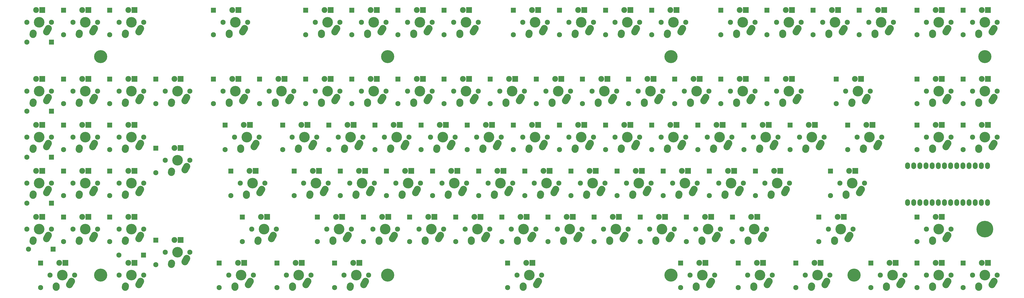
<source format=gbs>
G04 #@! TF.FileFunction,Soldermask,Bot*
%FSLAX46Y46*%
G04 Gerber Fmt 4.6, Leading zero omitted, Abs format (unit mm)*
G04 Created by KiCad (PCBNEW 4.0.2-stable) date Tuesday, June 21, 2016 'PMt' 05:11:06 PM*
%MOMM*%
G01*
G04 APERTURE LIST*
%ADD10C,0.150000*%
%ADD11C,5.400000*%
%ADD12C,2.099260*%
%ADD13R,2.099260X2.099260*%
%ADD14C,6.900000*%
%ADD15C,4.387810*%
%ADD16C,2.101810*%
%ADD17C,2.900000*%
%ADD18R,2.400000X2.400000*%
%ADD19C,2.400000*%
%ADD20O,2.000000X2.700000*%
G04 APERTURE END LIST*
D10*
D11*
X374650000Y-133350000D03*
X299000000Y-133350000D03*
D12*
X286277540Y-119460520D03*
D13*
X286277540Y-109300520D03*
D11*
X428625000Y-42862500D03*
X299000000Y-42862500D03*
D14*
X428625000Y-114300000D03*
D11*
X182000000Y-133350000D03*
X182000000Y-42862500D03*
D12*
X419627540Y-138510520D03*
D13*
X419627540Y-128350520D03*
D15*
X428625000Y-133350000D03*
D16*
X433705000Y-133350000D03*
X423545000Y-133350000D03*
D17*
X431624547Y-137349954D02*
X432435453Y-135890046D01*
X426085276Y-138429328D02*
X426124724Y-137850672D01*
D18*
X429895000Y-128270000D03*
D19*
X427355000Y-128270000D03*
D12*
X400577540Y-138510520D03*
D13*
X400577540Y-128350520D03*
D15*
X409575000Y-133350000D03*
D16*
X414655000Y-133350000D03*
X404495000Y-133350000D03*
D17*
X412574547Y-137349954D02*
X413385453Y-135890046D01*
X407035276Y-138429328D02*
X407074724Y-137850672D01*
D18*
X410845000Y-128270000D03*
D19*
X408305000Y-128270000D03*
D12*
X381527540Y-138510520D03*
D13*
X381527540Y-128350520D03*
D15*
X390525000Y-133350000D03*
D16*
X395605000Y-133350000D03*
X385445000Y-133350000D03*
D17*
X393524547Y-137349954D02*
X394335453Y-135890046D01*
X387985276Y-138429328D02*
X388024724Y-137850672D01*
D18*
X391795000Y-128270000D03*
D19*
X389255000Y-128270000D03*
D12*
X350571290Y-138510520D03*
D13*
X350571290Y-128350520D03*
D15*
X359568750Y-133350000D03*
D16*
X364648750Y-133350000D03*
X354488750Y-133350000D03*
D17*
X362568297Y-137349954D02*
X363379203Y-135890046D01*
X357029026Y-138429328D02*
X357068474Y-137850672D01*
D18*
X360838750Y-128270000D03*
D19*
X358298750Y-128270000D03*
D12*
X326758790Y-138510520D03*
D13*
X326758790Y-128350520D03*
D15*
X335756250Y-133350000D03*
D16*
X340836250Y-133350000D03*
X330676250Y-133350000D03*
D17*
X338755797Y-137349954D02*
X339566703Y-135890046D01*
X333216526Y-138429328D02*
X333255974Y-137850672D01*
D18*
X337026250Y-128270000D03*
D19*
X334486250Y-128270000D03*
D12*
X303000000Y-138510520D03*
D13*
X303000000Y-128350520D03*
D15*
X311943750Y-133350000D03*
D16*
X317023750Y-133350000D03*
X306863750Y-133350000D03*
D17*
X314943297Y-137349954D02*
X315754203Y-135890046D01*
X309404026Y-138429328D02*
X309443474Y-137850672D01*
D18*
X313213750Y-128270000D03*
D19*
X310673750Y-128270000D03*
D12*
X231508790Y-138510520D03*
D13*
X231508790Y-128350520D03*
D15*
X240506250Y-133350000D03*
D16*
X245586250Y-133350000D03*
X235426250Y-133350000D03*
D17*
X243505797Y-137349954D02*
X244316703Y-135890046D01*
X237966526Y-138429328D02*
X238005974Y-137850672D01*
D18*
X241776250Y-128270000D03*
D19*
X239236250Y-128270000D03*
D12*
X160071290Y-138510520D03*
D13*
X160071290Y-128350520D03*
D15*
X169068750Y-133350000D03*
D16*
X174148750Y-133350000D03*
X163988750Y-133350000D03*
D17*
X172068297Y-137349954D02*
X172879203Y-135890046D01*
X166529026Y-138429328D02*
X166568474Y-137850672D01*
D18*
X170338750Y-128270000D03*
D19*
X167798750Y-128270000D03*
D12*
X136258790Y-138510520D03*
D13*
X136258790Y-128350520D03*
D15*
X145256250Y-133350000D03*
D16*
X150336250Y-133350000D03*
X140176250Y-133350000D03*
D17*
X148255797Y-137349954D02*
X149066703Y-135890046D01*
X142716526Y-138429328D02*
X142755974Y-137850672D01*
D18*
X146526250Y-128270000D03*
D19*
X143986250Y-128270000D03*
D12*
X112446290Y-138510520D03*
D13*
X112446290Y-128350520D03*
D15*
X121443750Y-133350000D03*
D16*
X126523750Y-133350000D03*
X116363750Y-133350000D03*
D17*
X124443297Y-137349954D02*
X125254203Y-135890046D01*
X118904026Y-138429328D02*
X118943474Y-137850672D01*
D18*
X122713750Y-128270000D03*
D19*
X120173750Y-128270000D03*
D12*
X71000000Y-125000000D03*
D13*
X81160000Y-125000000D03*
D15*
X76200000Y-133350000D03*
D16*
X81280000Y-133350000D03*
X71120000Y-133350000D03*
D17*
X79199547Y-137349954D02*
X80010453Y-135890046D01*
X73660276Y-138429328D02*
X73699724Y-137850672D01*
D18*
X77470000Y-128270000D03*
D19*
X74930000Y-128270000D03*
D12*
X38627540Y-138510520D03*
D13*
X38627540Y-128350520D03*
D15*
X47625000Y-133350000D03*
D16*
X52705000Y-133350000D03*
X42545000Y-133350000D03*
D17*
X50624547Y-137349954D02*
X51435453Y-135890046D01*
X45085276Y-138429328D02*
X45124724Y-137850672D01*
D18*
X48895000Y-128270000D03*
D19*
X46355000Y-128270000D03*
D12*
X400577540Y-119460520D03*
D13*
X400577540Y-109300520D03*
D15*
X409575000Y-114300000D03*
D16*
X414655000Y-114300000D03*
X404495000Y-114300000D03*
D17*
X412574547Y-118299954D02*
X413385453Y-116840046D01*
X407035276Y-119379328D02*
X407074724Y-118800672D01*
D18*
X410845000Y-109220000D03*
D19*
X408305000Y-109220000D03*
D12*
X360096290Y-119460520D03*
D13*
X360096290Y-109300520D03*
D15*
X369093750Y-114300000D03*
D16*
X374173750Y-114300000D03*
X364013750Y-114300000D03*
D17*
X372093297Y-118299954D02*
X372904203Y-116840046D01*
X366554026Y-119379328D02*
X366593474Y-118800672D01*
D18*
X370363750Y-109220000D03*
D19*
X367823750Y-109220000D03*
D12*
X324377540Y-119460520D03*
D13*
X324377540Y-109300520D03*
D15*
X333375000Y-114300000D03*
D16*
X338455000Y-114300000D03*
X328295000Y-114300000D03*
D17*
X336374547Y-118299954D02*
X337185453Y-116840046D01*
X330835276Y-119379328D02*
X330874724Y-118800672D01*
D18*
X334645000Y-109220000D03*
D19*
X332105000Y-109220000D03*
D12*
X305327540Y-119460520D03*
D13*
X305327540Y-109300520D03*
D15*
X314325000Y-114300000D03*
D16*
X319405000Y-114300000D03*
X309245000Y-114300000D03*
D17*
X317324547Y-118299954D02*
X318135453Y-116840046D01*
X311785276Y-119379328D02*
X311824724Y-118800672D01*
D18*
X315595000Y-109220000D03*
D19*
X313055000Y-109220000D03*
D15*
X295275000Y-114300000D03*
D16*
X300355000Y-114300000D03*
X290195000Y-114300000D03*
D17*
X298274547Y-118299954D02*
X299085453Y-116840046D01*
X292735276Y-119379328D02*
X292774724Y-118800672D01*
D18*
X296545000Y-109220000D03*
D19*
X294005000Y-109220000D03*
D12*
X267227540Y-119460520D03*
D13*
X267227540Y-109300520D03*
D15*
X276225000Y-114300000D03*
D16*
X281305000Y-114300000D03*
X271145000Y-114300000D03*
D17*
X279224547Y-118299954D02*
X280035453Y-116840046D01*
X273685276Y-119379328D02*
X273724724Y-118800672D01*
D18*
X277495000Y-109220000D03*
D19*
X274955000Y-109220000D03*
D12*
X248177540Y-119460520D03*
D13*
X248177540Y-109300520D03*
D15*
X257175000Y-114300000D03*
D16*
X262255000Y-114300000D03*
X252095000Y-114300000D03*
D17*
X260174547Y-118299954D02*
X260985453Y-116840046D01*
X254635276Y-119379328D02*
X254674724Y-118800672D01*
D18*
X258445000Y-109220000D03*
D19*
X255905000Y-109220000D03*
D12*
X229127540Y-119460520D03*
D13*
X229127540Y-109300520D03*
D15*
X238125000Y-114300000D03*
D16*
X243205000Y-114300000D03*
X233045000Y-114300000D03*
D17*
X241124547Y-118299954D02*
X241935453Y-116840046D01*
X235585276Y-119379328D02*
X235624724Y-118800672D01*
D18*
X239395000Y-109220000D03*
D19*
X236855000Y-109220000D03*
D12*
X210077540Y-119460520D03*
D13*
X210077540Y-109300520D03*
D15*
X219075000Y-114300000D03*
D16*
X224155000Y-114300000D03*
X213995000Y-114300000D03*
D17*
X222074547Y-118299954D02*
X222885453Y-116840046D01*
X216535276Y-119379328D02*
X216574724Y-118800672D01*
D18*
X220345000Y-109220000D03*
D19*
X217805000Y-109220000D03*
D12*
X191027540Y-119460520D03*
D13*
X191027540Y-109300520D03*
D15*
X200025000Y-114300000D03*
D16*
X205105000Y-114300000D03*
X194945000Y-114300000D03*
D17*
X203024547Y-118299954D02*
X203835453Y-116840046D01*
X197485276Y-119379328D02*
X197524724Y-118800672D01*
D18*
X201295000Y-109220000D03*
D19*
X198755000Y-109220000D03*
D12*
X171977540Y-119460520D03*
D13*
X171977540Y-109300520D03*
D15*
X180975000Y-114300000D03*
D16*
X186055000Y-114300000D03*
X175895000Y-114300000D03*
D17*
X183974547Y-118299954D02*
X184785453Y-116840046D01*
X178435276Y-119379328D02*
X178474724Y-118800672D01*
D18*
X182245000Y-109220000D03*
D19*
X179705000Y-109220000D03*
D12*
X152927540Y-119460520D03*
D13*
X152927540Y-109300520D03*
D15*
X161925000Y-114300000D03*
D16*
X167005000Y-114300000D03*
X156845000Y-114300000D03*
D17*
X164924547Y-118299954D02*
X165735453Y-116840046D01*
X159385276Y-119379328D02*
X159424724Y-118800672D01*
D18*
X163195000Y-109220000D03*
D19*
X160655000Y-109220000D03*
D12*
X121971290Y-119460520D03*
D13*
X121971290Y-109300520D03*
D15*
X130968750Y-114300000D03*
D16*
X136048750Y-114300000D03*
X125888750Y-114300000D03*
D17*
X133968297Y-118299954D02*
X134779203Y-116840046D01*
X128429026Y-119379328D02*
X128468474Y-118800672D01*
D18*
X132238750Y-109220000D03*
D19*
X129698750Y-109220000D03*
D12*
X86252540Y-128985520D03*
D13*
X86252540Y-118825520D03*
D15*
X95250000Y-123825000D03*
D16*
X100330000Y-123825000D03*
X90170000Y-123825000D03*
D17*
X98249547Y-127824954D02*
X99060453Y-126365046D01*
X92710276Y-128904328D02*
X92749724Y-128325672D01*
D18*
X96520000Y-118745000D03*
D19*
X93980000Y-118745000D03*
D12*
X67202540Y-119460520D03*
D13*
X67202540Y-109300520D03*
D15*
X76200000Y-114300000D03*
D16*
X81280000Y-114300000D03*
X71120000Y-114300000D03*
D17*
X79199547Y-118299954D02*
X80010453Y-116840046D01*
X73660276Y-119379328D02*
X73699724Y-118800672D01*
D18*
X77470000Y-109220000D03*
D19*
X74930000Y-109220000D03*
D12*
X48152540Y-119460520D03*
D13*
X48152540Y-109300520D03*
D15*
X57150000Y-114300000D03*
D16*
X62230000Y-114300000D03*
X52070000Y-114300000D03*
D17*
X60149547Y-118299954D02*
X60960453Y-116840046D01*
X54610276Y-119379328D02*
X54649724Y-118800672D01*
D18*
X58420000Y-109220000D03*
D19*
X55880000Y-109220000D03*
D12*
X33655000Y-122555000D03*
D13*
X43815000Y-122555000D03*
D15*
X38100000Y-114300000D03*
D16*
X43180000Y-114300000D03*
X33020000Y-114300000D03*
D17*
X41099547Y-118299954D02*
X41910453Y-116840046D01*
X35560276Y-119379328D02*
X35599724Y-118800672D01*
D18*
X39370000Y-109220000D03*
D19*
X36830000Y-109220000D03*
D12*
X364858790Y-100410520D03*
D13*
X364858790Y-90250520D03*
D15*
X373856250Y-95250000D03*
D16*
X378936250Y-95250000D03*
X368776250Y-95250000D03*
D17*
X376855797Y-99249954D02*
X377666703Y-97790046D01*
X371316526Y-100329328D02*
X371355974Y-99750672D01*
D18*
X375126250Y-90170000D03*
D19*
X372586250Y-90170000D03*
D12*
X333902540Y-100410520D03*
D13*
X333902540Y-90250520D03*
D15*
X342900000Y-95250000D03*
D16*
X347980000Y-95250000D03*
X337820000Y-95250000D03*
D17*
X345899547Y-99249954D02*
X346710453Y-97790046D01*
X340360276Y-100329328D02*
X340399724Y-99750672D01*
D18*
X344170000Y-90170000D03*
D19*
X341630000Y-90170000D03*
D12*
X314852540Y-100410520D03*
D13*
X314852540Y-90250520D03*
D15*
X323850000Y-95250000D03*
D16*
X328930000Y-95250000D03*
X318770000Y-95250000D03*
D17*
X326849547Y-99249954D02*
X327660453Y-97790046D01*
X321310276Y-100329328D02*
X321349724Y-99750672D01*
D18*
X325120000Y-90170000D03*
D19*
X322580000Y-90170000D03*
D12*
X295802540Y-100410520D03*
D13*
X295802540Y-90250520D03*
D15*
X304800000Y-95250000D03*
D16*
X309880000Y-95250000D03*
X299720000Y-95250000D03*
D17*
X307799547Y-99249954D02*
X308610453Y-97790046D01*
X302260276Y-100329328D02*
X302299724Y-99750672D01*
D18*
X306070000Y-90170000D03*
D19*
X303530000Y-90170000D03*
D12*
X276752540Y-100410520D03*
D13*
X276752540Y-90250520D03*
D15*
X285750000Y-95250000D03*
D16*
X290830000Y-95250000D03*
X280670000Y-95250000D03*
D17*
X288749547Y-99249954D02*
X289560453Y-97790046D01*
X283210276Y-100329328D02*
X283249724Y-99750672D01*
D18*
X287020000Y-90170000D03*
D19*
X284480000Y-90170000D03*
D12*
X257702540Y-100410520D03*
D13*
X257702540Y-90250520D03*
D15*
X266700000Y-95250000D03*
D16*
X271780000Y-95250000D03*
X261620000Y-95250000D03*
D17*
X269699547Y-99249954D02*
X270510453Y-97790046D01*
X264160276Y-100329328D02*
X264199724Y-99750672D01*
D18*
X267970000Y-90170000D03*
D19*
X265430000Y-90170000D03*
D12*
X238652540Y-100410520D03*
D13*
X238652540Y-90250520D03*
D15*
X247650000Y-95250000D03*
D16*
X252730000Y-95250000D03*
X242570000Y-95250000D03*
D17*
X250649547Y-99249954D02*
X251460453Y-97790046D01*
X245110276Y-100329328D02*
X245149724Y-99750672D01*
D18*
X248920000Y-90170000D03*
D19*
X246380000Y-90170000D03*
D12*
X219602540Y-100410520D03*
D13*
X219602540Y-90250520D03*
D15*
X228600000Y-95250000D03*
D16*
X233680000Y-95250000D03*
X223520000Y-95250000D03*
D17*
X231599547Y-99249954D02*
X232410453Y-97790046D01*
X226060276Y-100329328D02*
X226099724Y-99750672D01*
D18*
X229870000Y-90170000D03*
D19*
X227330000Y-90170000D03*
D12*
X200552540Y-100410520D03*
D13*
X200552540Y-90250520D03*
D15*
X209550000Y-95250000D03*
D16*
X214630000Y-95250000D03*
X204470000Y-95250000D03*
D17*
X212549547Y-99249954D02*
X213360453Y-97790046D01*
X207010276Y-100329328D02*
X207049724Y-99750672D01*
D18*
X210820000Y-90170000D03*
D19*
X208280000Y-90170000D03*
D12*
X181502540Y-100410520D03*
D13*
X181502540Y-90250520D03*
D15*
X190500000Y-95250000D03*
D16*
X195580000Y-95250000D03*
X185420000Y-95250000D03*
D17*
X193499547Y-99249954D02*
X194310453Y-97790046D01*
X187960276Y-100329328D02*
X187999724Y-99750672D01*
D18*
X191770000Y-90170000D03*
D19*
X189230000Y-90170000D03*
D12*
X162452540Y-100410520D03*
D13*
X162452540Y-90250520D03*
D15*
X171450000Y-95250000D03*
D16*
X176530000Y-95250000D03*
X166370000Y-95250000D03*
D17*
X174449547Y-99249954D02*
X175260453Y-97790046D01*
X168910276Y-100329328D02*
X168949724Y-99750672D01*
D18*
X172720000Y-90170000D03*
D19*
X170180000Y-90170000D03*
D12*
X143402540Y-100410520D03*
D13*
X143402540Y-90250520D03*
D15*
X152400000Y-95250000D03*
D16*
X157480000Y-95250000D03*
X147320000Y-95250000D03*
D17*
X155399547Y-99249954D02*
X156210453Y-97790046D01*
X149860276Y-100329328D02*
X149899724Y-99750672D01*
D18*
X153670000Y-90170000D03*
D19*
X151130000Y-90170000D03*
D12*
X117208790Y-100410520D03*
D13*
X117208790Y-90250520D03*
D15*
X126206250Y-95250000D03*
D16*
X131286250Y-95250000D03*
X121126250Y-95250000D03*
D17*
X129205797Y-99249954D02*
X130016703Y-97790046D01*
X123666526Y-100329328D02*
X123705974Y-99750672D01*
D18*
X127476250Y-90170000D03*
D19*
X124936250Y-90170000D03*
D12*
X67202540Y-100410520D03*
D13*
X67202540Y-90250520D03*
D15*
X76200000Y-95250000D03*
D16*
X81280000Y-95250000D03*
X71120000Y-95250000D03*
D17*
X79199547Y-99249954D02*
X80010453Y-97790046D01*
X73660276Y-100329328D02*
X73699724Y-99750672D01*
D18*
X77470000Y-90170000D03*
D19*
X74930000Y-90170000D03*
D12*
X48152540Y-100410520D03*
D13*
X48152540Y-90250520D03*
D15*
X57150000Y-95250000D03*
D16*
X62230000Y-95250000D03*
X52070000Y-95250000D03*
D17*
X60149547Y-99249954D02*
X60960453Y-97790046D01*
X54610276Y-100329328D02*
X54649724Y-99750672D01*
D18*
X58420000Y-90170000D03*
D19*
X55880000Y-90170000D03*
D12*
X33020000Y-103505000D03*
D13*
X43180000Y-103505000D03*
D15*
X38100000Y-95250000D03*
D16*
X43180000Y-95250000D03*
X33020000Y-95250000D03*
D17*
X41099547Y-99249954D02*
X41910453Y-97790046D01*
X35560276Y-100329328D02*
X35599724Y-99750672D01*
D18*
X39370000Y-90170000D03*
D19*
X36830000Y-90170000D03*
D12*
X419627540Y-81360520D03*
D13*
X419627540Y-71200520D03*
D15*
X428625000Y-76200000D03*
D16*
X433705000Y-76200000D03*
X423545000Y-76200000D03*
D17*
X431624547Y-80199954D02*
X432435453Y-78740046D01*
X426085276Y-81279328D02*
X426124724Y-80700672D01*
D18*
X429895000Y-71120000D03*
D19*
X427355000Y-71120000D03*
D12*
X400577540Y-81360520D03*
D13*
X400577540Y-71200520D03*
D15*
X409575000Y-76200000D03*
D16*
X414655000Y-76200000D03*
X404495000Y-76200000D03*
D17*
X412574547Y-80199954D02*
X413385453Y-78740046D01*
X407035276Y-81279328D02*
X407074724Y-80700672D01*
D18*
X410845000Y-71120000D03*
D19*
X408305000Y-71120000D03*
D12*
X372002540Y-81360520D03*
D13*
X372002540Y-71200520D03*
D15*
X381000000Y-76200000D03*
D16*
X386080000Y-76200000D03*
X375920000Y-76200000D03*
D17*
X383999547Y-80199954D02*
X384810453Y-78740046D01*
X378460276Y-81279328D02*
X378499724Y-80700672D01*
D18*
X382270000Y-71120000D03*
D19*
X379730000Y-71120000D03*
D12*
X348190040Y-81360520D03*
D13*
X348190040Y-71200520D03*
D15*
X357187500Y-76200000D03*
D16*
X362267500Y-76200000D03*
X352107500Y-76200000D03*
D17*
X360187047Y-80199954D02*
X360997953Y-78740046D01*
X354647776Y-81279328D02*
X354687224Y-80700672D01*
D18*
X358457500Y-71120000D03*
D19*
X355917500Y-71120000D03*
D12*
X329140040Y-81360520D03*
D13*
X329140040Y-71200520D03*
D15*
X338137500Y-76200000D03*
D16*
X343217500Y-76200000D03*
X333057500Y-76200000D03*
D17*
X341137047Y-80199954D02*
X341947953Y-78740046D01*
X335597776Y-81279328D02*
X335637224Y-80700672D01*
D18*
X339407500Y-71120000D03*
D19*
X336867500Y-71120000D03*
D12*
X310090040Y-81360520D03*
D13*
X310090040Y-71200520D03*
D15*
X319087500Y-76200000D03*
D16*
X324167500Y-76200000D03*
X314007500Y-76200000D03*
D17*
X322087047Y-80199954D02*
X322897953Y-78740046D01*
X316547776Y-81279328D02*
X316587224Y-80700672D01*
D18*
X320357500Y-71120000D03*
D19*
X317817500Y-71120000D03*
D12*
X291040040Y-81360520D03*
D13*
X291040040Y-71200520D03*
D15*
X300037500Y-76200000D03*
D16*
X305117500Y-76200000D03*
X294957500Y-76200000D03*
D17*
X303037047Y-80199954D02*
X303847953Y-78740046D01*
X297497776Y-81279328D02*
X297537224Y-80700672D01*
D18*
X301307500Y-71120000D03*
D19*
X298767500Y-71120000D03*
D12*
X271990040Y-81360520D03*
D13*
X271990040Y-71200520D03*
D15*
X280987500Y-76200000D03*
D16*
X286067500Y-76200000D03*
X275907500Y-76200000D03*
D17*
X283987047Y-80199954D02*
X284797953Y-78740046D01*
X278447776Y-81279328D02*
X278487224Y-80700672D01*
D18*
X282257500Y-71120000D03*
D19*
X279717500Y-71120000D03*
D12*
X252940040Y-81360520D03*
D13*
X252940040Y-71200520D03*
D15*
X261937500Y-76200000D03*
D16*
X267017500Y-76200000D03*
X256857500Y-76200000D03*
D17*
X264937047Y-80199954D02*
X265747953Y-78740046D01*
X259397776Y-81279328D02*
X259437224Y-80700672D01*
D18*
X263207500Y-71120000D03*
D19*
X260667500Y-71120000D03*
D12*
X233890040Y-81360520D03*
D13*
X233890040Y-71200520D03*
D15*
X242887500Y-76200000D03*
D16*
X247967500Y-76200000D03*
X237807500Y-76200000D03*
D17*
X245887047Y-80199954D02*
X246697953Y-78740046D01*
X240347776Y-81279328D02*
X240387224Y-80700672D01*
D18*
X244157500Y-71120000D03*
D19*
X241617500Y-71120000D03*
D12*
X214840040Y-81360520D03*
D13*
X214840040Y-71200520D03*
D15*
X223837500Y-76200000D03*
D16*
X228917500Y-76200000D03*
X218757500Y-76200000D03*
D17*
X226837047Y-80199954D02*
X227647953Y-78740046D01*
X221297776Y-81279328D02*
X221337224Y-80700672D01*
D18*
X225107500Y-71120000D03*
D19*
X222567500Y-71120000D03*
D12*
X195790040Y-81360520D03*
D13*
X195790040Y-71200520D03*
D15*
X204787500Y-76200000D03*
D16*
X209867500Y-76200000D03*
X199707500Y-76200000D03*
D17*
X207787047Y-80199954D02*
X208597953Y-78740046D01*
X202247776Y-81279328D02*
X202287224Y-80700672D01*
D18*
X206057500Y-71120000D03*
D19*
X203517500Y-71120000D03*
D12*
X176740040Y-81360520D03*
D13*
X176740040Y-71200520D03*
D15*
X185737500Y-76200000D03*
D16*
X190817500Y-76200000D03*
X180657500Y-76200000D03*
D17*
X188737047Y-80199954D02*
X189547953Y-78740046D01*
X183197776Y-81279328D02*
X183237224Y-80700672D01*
D18*
X187007500Y-71120000D03*
D19*
X184467500Y-71120000D03*
D12*
X157690040Y-81360520D03*
D13*
X157690040Y-71200520D03*
D15*
X166687500Y-76200000D03*
D16*
X171767500Y-76200000D03*
X161607500Y-76200000D03*
D17*
X169687047Y-80199954D02*
X170497953Y-78740046D01*
X164147776Y-81279328D02*
X164187224Y-80700672D01*
D18*
X167957500Y-71120000D03*
D19*
X165417500Y-71120000D03*
D12*
X138640040Y-81360520D03*
D13*
X138640040Y-71200520D03*
D15*
X147637500Y-76200000D03*
D16*
X152717500Y-76200000D03*
X142557500Y-76200000D03*
D17*
X150637047Y-80199954D02*
X151447953Y-78740046D01*
X145097776Y-81279328D02*
X145137224Y-80700672D01*
D18*
X148907500Y-71120000D03*
D19*
X146367500Y-71120000D03*
D12*
X114827540Y-81360520D03*
D13*
X114827540Y-71200520D03*
D15*
X123825000Y-76200000D03*
D16*
X128905000Y-76200000D03*
X118745000Y-76200000D03*
D17*
X126824547Y-80199954D02*
X127635453Y-78740046D01*
X121285276Y-81279328D02*
X121324724Y-80700672D01*
D18*
X125095000Y-71120000D03*
D19*
X122555000Y-71120000D03*
D12*
X86252540Y-90885520D03*
D13*
X86252540Y-80725520D03*
D15*
X95250000Y-85725000D03*
D16*
X100330000Y-85725000D03*
X90170000Y-85725000D03*
D17*
X98249547Y-89724954D02*
X99060453Y-88265046D01*
X92710276Y-90804328D02*
X92749724Y-90225672D01*
D18*
X96520000Y-80645000D03*
D19*
X93980000Y-80645000D03*
D12*
X67202540Y-81360520D03*
D13*
X67202540Y-71200520D03*
D15*
X76200000Y-76200000D03*
D16*
X81280000Y-76200000D03*
X71120000Y-76200000D03*
D17*
X79199547Y-80199954D02*
X80010453Y-78740046D01*
X73660276Y-81279328D02*
X73699724Y-80700672D01*
D18*
X77470000Y-71120000D03*
D19*
X74930000Y-71120000D03*
D12*
X48152540Y-81360520D03*
D13*
X48152540Y-71200520D03*
D15*
X57150000Y-76200000D03*
D16*
X62230000Y-76200000D03*
X52070000Y-76200000D03*
D17*
X60149547Y-80199954D02*
X60960453Y-78740046D01*
X54610276Y-81279328D02*
X54649724Y-80700672D01*
D18*
X58420000Y-71120000D03*
D19*
X55880000Y-71120000D03*
D12*
X33020000Y-84455000D03*
D13*
X43180000Y-84455000D03*
D15*
X38100000Y-76200000D03*
D16*
X43180000Y-76200000D03*
X33020000Y-76200000D03*
D17*
X41099547Y-80199954D02*
X41910453Y-78740046D01*
X35560276Y-81279328D02*
X35599724Y-80700672D01*
D18*
X39370000Y-71120000D03*
D19*
X36830000Y-71120000D03*
D12*
X419627540Y-62310520D03*
D13*
X419627540Y-52150520D03*
D15*
X428625000Y-57150000D03*
D16*
X433705000Y-57150000D03*
X423545000Y-57150000D03*
D17*
X431624547Y-61149954D02*
X432435453Y-59690046D01*
X426085276Y-62229328D02*
X426124724Y-61650672D01*
D18*
X429895000Y-52070000D03*
D19*
X427355000Y-52070000D03*
D12*
X400577540Y-62310520D03*
D13*
X400577540Y-52150520D03*
D15*
X409575000Y-57150000D03*
D16*
X414655000Y-57150000D03*
X404495000Y-57150000D03*
D17*
X412574547Y-61149954D02*
X413385453Y-59690046D01*
X407035276Y-62229328D02*
X407074724Y-61650672D01*
D18*
X410845000Y-52070000D03*
D19*
X408305000Y-52070000D03*
D12*
X367240040Y-62310520D03*
D13*
X367240040Y-52150520D03*
D15*
X376237500Y-57150000D03*
D16*
X381317500Y-57150000D03*
X371157500Y-57150000D03*
D17*
X379237047Y-61149954D02*
X380047953Y-59690046D01*
X373697776Y-62229328D02*
X373737224Y-61650672D01*
D18*
X377507500Y-52070000D03*
D19*
X374967500Y-52070000D03*
D12*
X338665040Y-62310520D03*
D13*
X338665040Y-52150520D03*
D15*
X347662500Y-57150000D03*
D16*
X352742500Y-57150000D03*
X342582500Y-57150000D03*
D17*
X350662047Y-61149954D02*
X351472953Y-59690046D01*
X345122776Y-62229328D02*
X345162224Y-61650672D01*
D18*
X348932500Y-52070000D03*
D19*
X346392500Y-52070000D03*
D12*
X319615040Y-62310520D03*
D13*
X319615040Y-52150520D03*
D15*
X328612500Y-57150000D03*
D16*
X333692500Y-57150000D03*
X323532500Y-57150000D03*
D17*
X331612047Y-61149954D02*
X332422953Y-59690046D01*
X326072776Y-62229328D02*
X326112224Y-61650672D01*
D18*
X329882500Y-52070000D03*
D19*
X327342500Y-52070000D03*
D12*
X300565040Y-62310520D03*
D13*
X300565040Y-52150520D03*
D15*
X309562500Y-57150000D03*
D16*
X314642500Y-57150000D03*
X304482500Y-57150000D03*
D17*
X312562047Y-61149954D02*
X313372953Y-59690046D01*
X307022776Y-62229328D02*
X307062224Y-61650672D01*
D18*
X310832500Y-52070000D03*
D19*
X308292500Y-52070000D03*
D12*
X281515040Y-62310520D03*
D13*
X281515040Y-52150520D03*
D15*
X290512500Y-57150000D03*
D16*
X295592500Y-57150000D03*
X285432500Y-57150000D03*
D17*
X293512047Y-61149954D02*
X294322953Y-59690046D01*
X287972776Y-62229328D02*
X288012224Y-61650672D01*
D18*
X291782500Y-52070000D03*
D19*
X289242500Y-52070000D03*
D12*
X262465040Y-62310520D03*
D13*
X262465040Y-52150520D03*
D15*
X271462500Y-57150000D03*
D16*
X276542500Y-57150000D03*
X266382500Y-57150000D03*
D17*
X274462047Y-61149954D02*
X275272953Y-59690046D01*
X268922776Y-62229328D02*
X268962224Y-61650672D01*
D18*
X272732500Y-52070000D03*
D19*
X270192500Y-52070000D03*
D12*
X243415040Y-62310520D03*
D13*
X243415040Y-52150520D03*
D15*
X252412500Y-57150000D03*
D16*
X257492500Y-57150000D03*
X247332500Y-57150000D03*
D17*
X255412047Y-61149954D02*
X256222953Y-59690046D01*
X249872776Y-62229328D02*
X249912224Y-61650672D01*
D18*
X253682500Y-52070000D03*
D19*
X251142500Y-52070000D03*
D12*
X224365040Y-62310520D03*
D13*
X224365040Y-52150520D03*
D15*
X233362500Y-57150000D03*
D16*
X238442500Y-57150000D03*
X228282500Y-57150000D03*
D17*
X236362047Y-61149954D02*
X237172953Y-59690046D01*
X230822776Y-62229328D02*
X230862224Y-61650672D01*
D18*
X234632500Y-52070000D03*
D19*
X232092500Y-52070000D03*
D12*
X205315040Y-62310520D03*
D13*
X205315040Y-52150520D03*
D15*
X214312500Y-57150000D03*
D16*
X219392500Y-57150000D03*
X209232500Y-57150000D03*
D17*
X217312047Y-61149954D02*
X218122953Y-59690046D01*
X211772776Y-62229328D02*
X211812224Y-61650672D01*
D18*
X215582500Y-52070000D03*
D19*
X213042500Y-52070000D03*
D12*
X186265040Y-62310520D03*
D13*
X186265040Y-52150520D03*
D15*
X195262500Y-57150000D03*
D16*
X200342500Y-57150000D03*
X190182500Y-57150000D03*
D17*
X198262047Y-61149954D02*
X199072953Y-59690046D01*
X192722776Y-62229328D02*
X192762224Y-61650672D01*
D18*
X196532500Y-52070000D03*
D19*
X193992500Y-52070000D03*
D12*
X167215040Y-62310520D03*
D13*
X167215040Y-52150520D03*
D15*
X176212500Y-57150000D03*
D16*
X181292500Y-57150000D03*
X171132500Y-57150000D03*
D17*
X179212047Y-61149954D02*
X180022953Y-59690046D01*
X173672776Y-62229328D02*
X173712224Y-61650672D01*
D18*
X177482500Y-52070000D03*
D19*
X174942500Y-52070000D03*
D12*
X148165040Y-62310520D03*
D13*
X148165040Y-52150520D03*
D15*
X157162500Y-57150000D03*
D16*
X162242500Y-57150000D03*
X152082500Y-57150000D03*
D17*
X160162047Y-61149954D02*
X160972953Y-59690046D01*
X154622776Y-62229328D02*
X154662224Y-61650672D01*
D18*
X158432500Y-52070000D03*
D19*
X155892500Y-52070000D03*
D12*
X129115040Y-62310520D03*
D13*
X129115040Y-52150520D03*
D15*
X138112500Y-57150000D03*
D16*
X143192500Y-57150000D03*
X133032500Y-57150000D03*
D17*
X141112047Y-61149954D02*
X141922953Y-59690046D01*
X135572776Y-62229328D02*
X135612224Y-61650672D01*
D18*
X139382500Y-52070000D03*
D19*
X136842500Y-52070000D03*
D12*
X110065040Y-62310520D03*
D13*
X110065040Y-52150520D03*
D15*
X119062500Y-57150000D03*
D16*
X124142500Y-57150000D03*
X113982500Y-57150000D03*
D17*
X122062047Y-61149954D02*
X122872953Y-59690046D01*
X116522776Y-62229328D02*
X116562224Y-61650672D01*
D18*
X120332500Y-52070000D03*
D19*
X117792500Y-52070000D03*
D12*
X86252540Y-62310520D03*
D13*
X86252540Y-52150520D03*
D15*
X95250000Y-57150000D03*
D16*
X100330000Y-57150000D03*
X90170000Y-57150000D03*
D17*
X98249547Y-61149954D02*
X99060453Y-59690046D01*
X92710276Y-62229328D02*
X92749724Y-61650672D01*
D18*
X96520000Y-52070000D03*
D19*
X93980000Y-52070000D03*
D12*
X67202540Y-62310520D03*
D13*
X67202540Y-52150520D03*
D15*
X76200000Y-57150000D03*
D16*
X81280000Y-57150000D03*
X71120000Y-57150000D03*
D17*
X79199547Y-61149954D02*
X80010453Y-59690046D01*
X73660276Y-62229328D02*
X73699724Y-61650672D01*
D18*
X77470000Y-52070000D03*
D19*
X74930000Y-52070000D03*
D12*
X48152540Y-62310520D03*
D13*
X48152540Y-52150520D03*
D15*
X57150000Y-57150000D03*
D16*
X62230000Y-57150000D03*
X52070000Y-57150000D03*
D17*
X60149547Y-61149954D02*
X60960453Y-59690046D01*
X54610276Y-62229328D02*
X54649724Y-61650672D01*
D18*
X58420000Y-52070000D03*
D19*
X55880000Y-52070000D03*
D12*
X33020000Y-65405000D03*
D13*
X43180000Y-65405000D03*
D15*
X38100000Y-57150000D03*
D16*
X43180000Y-57150000D03*
X33020000Y-57150000D03*
D17*
X41099547Y-61149954D02*
X41910453Y-59690046D01*
X35560276Y-62229328D02*
X35599724Y-61650672D01*
D18*
X39370000Y-52070000D03*
D19*
X36830000Y-52070000D03*
D12*
X419627540Y-33735520D03*
D13*
X419627540Y-23575520D03*
D15*
X428625000Y-28575000D03*
D16*
X433705000Y-28575000D03*
X423545000Y-28575000D03*
D17*
X431624547Y-32574954D02*
X432435453Y-31115046D01*
X426085276Y-33654328D02*
X426124724Y-33075672D01*
D18*
X429895000Y-23495000D03*
D19*
X427355000Y-23495000D03*
D12*
X400577540Y-33735520D03*
D13*
X400577540Y-23575520D03*
D15*
X409575000Y-28575000D03*
D16*
X414655000Y-28575000D03*
X404495000Y-28575000D03*
D17*
X412574547Y-32574954D02*
X413385453Y-31115046D01*
X407035276Y-33654328D02*
X407074724Y-33075672D01*
D18*
X410845000Y-23495000D03*
D19*
X408305000Y-23495000D03*
D12*
X376765040Y-33735520D03*
D13*
X376765040Y-23575520D03*
D15*
X385762500Y-28575000D03*
D16*
X390842500Y-28575000D03*
X380682500Y-28575000D03*
D17*
X388762047Y-32574954D02*
X389572953Y-31115046D01*
X383222776Y-33654328D02*
X383262224Y-33075672D01*
D18*
X387032500Y-23495000D03*
D19*
X384492500Y-23495000D03*
D12*
X357715040Y-33735520D03*
D13*
X357715040Y-23575520D03*
D15*
X366712500Y-28575000D03*
D16*
X371792500Y-28575000D03*
X361632500Y-28575000D03*
D17*
X369712047Y-32574954D02*
X370522953Y-31115046D01*
X364172776Y-33654328D02*
X364212224Y-33075672D01*
D18*
X367982500Y-23495000D03*
D19*
X365442500Y-23495000D03*
D12*
X338665040Y-33735520D03*
D13*
X338665040Y-23575520D03*
D15*
X347662500Y-28575000D03*
D16*
X352742500Y-28575000D03*
X342582500Y-28575000D03*
D17*
X350662047Y-32574954D02*
X351472953Y-31115046D01*
X345122776Y-33654328D02*
X345162224Y-33075672D01*
D18*
X348932500Y-23495000D03*
D19*
X346392500Y-23495000D03*
D12*
X319615040Y-33735520D03*
D13*
X319615040Y-23575520D03*
D15*
X328612500Y-28575000D03*
D16*
X333692500Y-28575000D03*
X323532500Y-28575000D03*
D17*
X331612047Y-32574954D02*
X332422953Y-31115046D01*
X326072776Y-33654328D02*
X326112224Y-33075672D01*
D18*
X329882500Y-23495000D03*
D19*
X327342500Y-23495000D03*
D12*
X291040040Y-33735520D03*
D13*
X291040040Y-23575520D03*
D15*
X300037500Y-28575000D03*
D16*
X305117500Y-28575000D03*
X294957500Y-28575000D03*
D17*
X303037047Y-32574954D02*
X303847953Y-31115046D01*
X297497776Y-33654328D02*
X297537224Y-33075672D01*
D18*
X301307500Y-23495000D03*
D19*
X298767500Y-23495000D03*
D12*
X271990040Y-33735520D03*
D13*
X271990040Y-23575520D03*
D15*
X280987500Y-28575000D03*
D16*
X286067500Y-28575000D03*
X275907500Y-28575000D03*
D17*
X283987047Y-32574954D02*
X284797953Y-31115046D01*
X278447776Y-33654328D02*
X278487224Y-33075672D01*
D18*
X282257500Y-23495000D03*
D19*
X279717500Y-23495000D03*
D12*
X252940040Y-33735520D03*
D13*
X252940040Y-23575520D03*
D15*
X261937500Y-28575000D03*
D16*
X267017500Y-28575000D03*
X256857500Y-28575000D03*
D17*
X264937047Y-32574954D02*
X265747953Y-31115046D01*
X259397776Y-33654328D02*
X259437224Y-33075672D01*
D18*
X263207500Y-23495000D03*
D19*
X260667500Y-23495000D03*
D12*
X233890040Y-33735520D03*
D13*
X233890040Y-23575520D03*
D15*
X242887500Y-28575000D03*
D16*
X247967500Y-28575000D03*
X237807500Y-28575000D03*
D17*
X245887047Y-32574954D02*
X246697953Y-31115046D01*
X240347776Y-33654328D02*
X240387224Y-33075672D01*
D18*
X244157500Y-23495000D03*
D19*
X241617500Y-23495000D03*
D12*
X205315040Y-33735520D03*
D13*
X205315040Y-23575520D03*
D15*
X214312500Y-28575000D03*
D16*
X219392500Y-28575000D03*
X209232500Y-28575000D03*
D17*
X217312047Y-32574954D02*
X218122953Y-31115046D01*
X211772776Y-33654328D02*
X211812224Y-33075672D01*
D18*
X215582500Y-23495000D03*
D19*
X213042500Y-23495000D03*
D12*
X186265040Y-33735520D03*
D13*
X186265040Y-23575520D03*
D15*
X195262500Y-28575000D03*
D16*
X200342500Y-28575000D03*
X190182500Y-28575000D03*
D17*
X198262047Y-32574954D02*
X199072953Y-31115046D01*
X192722776Y-33654328D02*
X192762224Y-33075672D01*
D18*
X196532500Y-23495000D03*
D19*
X193992500Y-23495000D03*
D12*
X167215040Y-33735520D03*
D13*
X167215040Y-23575520D03*
D15*
X176212500Y-28575000D03*
D16*
X181292500Y-28575000D03*
X171132500Y-28575000D03*
D17*
X179212047Y-32574954D02*
X180022953Y-31115046D01*
X173672776Y-33654328D02*
X173712224Y-33075672D01*
D18*
X177482500Y-23495000D03*
D19*
X174942500Y-23495000D03*
D12*
X148165040Y-33735520D03*
D13*
X148165040Y-23575520D03*
D15*
X157162500Y-28575000D03*
D16*
X162242500Y-28575000D03*
X152082500Y-28575000D03*
D17*
X160162047Y-32574954D02*
X160972953Y-31115046D01*
X154622776Y-33654328D02*
X154662224Y-33075672D01*
D18*
X158432500Y-23495000D03*
D19*
X155892500Y-23495000D03*
D12*
X110065040Y-33735520D03*
D13*
X110065040Y-23575520D03*
D15*
X119062500Y-28575000D03*
D16*
X124142500Y-28575000D03*
X113982500Y-28575000D03*
D17*
X122062047Y-32574954D02*
X122872953Y-31115046D01*
X116522776Y-33654328D02*
X116562224Y-33075672D01*
D18*
X120332500Y-23495000D03*
D19*
X117792500Y-23495000D03*
D12*
X67202540Y-33735520D03*
D13*
X67202540Y-23575520D03*
D15*
X76200000Y-28575000D03*
D16*
X81280000Y-28575000D03*
X71120000Y-28575000D03*
D17*
X79199547Y-32574954D02*
X80010453Y-31115046D01*
X73660276Y-33654328D02*
X73699724Y-33075672D01*
D18*
X77470000Y-23495000D03*
D19*
X74930000Y-23495000D03*
D12*
X48152540Y-33735520D03*
D13*
X48152540Y-23575520D03*
D15*
X57150000Y-28575000D03*
D16*
X62230000Y-28575000D03*
X52070000Y-28575000D03*
D17*
X60149547Y-32574954D02*
X60960453Y-31115046D01*
X54610276Y-33654328D02*
X54649724Y-33075672D01*
D18*
X58420000Y-23495000D03*
D19*
X55880000Y-23495000D03*
D12*
X33020000Y-36830000D03*
D13*
X43180000Y-36830000D03*
D15*
X38100000Y-28575000D03*
D16*
X43180000Y-28575000D03*
X33020000Y-28575000D03*
D17*
X41099547Y-32574954D02*
X41910453Y-31115046D01*
X35560276Y-33654328D02*
X35599724Y-33075672D01*
D18*
X39370000Y-23495000D03*
D19*
X36830000Y-23495000D03*
D20*
X396680000Y-88000000D03*
X399220000Y-88000000D03*
X401760000Y-88000000D03*
X404300000Y-88000000D03*
X406840000Y-88000000D03*
X409380000Y-88000000D03*
X411920000Y-88000000D03*
X414460000Y-88000000D03*
X417000000Y-88000000D03*
X419540000Y-88000000D03*
X422080000Y-88000000D03*
X424620000Y-88000000D03*
X427160000Y-88000000D03*
X429700000Y-88000000D03*
X429700000Y-103240000D03*
X427160000Y-103240000D03*
X424620000Y-103240000D03*
X422080000Y-103240000D03*
X419540000Y-103240000D03*
X417000000Y-103240000D03*
X414460000Y-103240000D03*
X411920000Y-103240000D03*
X409380000Y-103240000D03*
X406840000Y-103240000D03*
X404300000Y-103240000D03*
X401760000Y-103240000D03*
X399220000Y-103240000D03*
X396680000Y-103240000D03*
D11*
X63500000Y-133350000D03*
X63500000Y-42862500D03*
M02*

</source>
